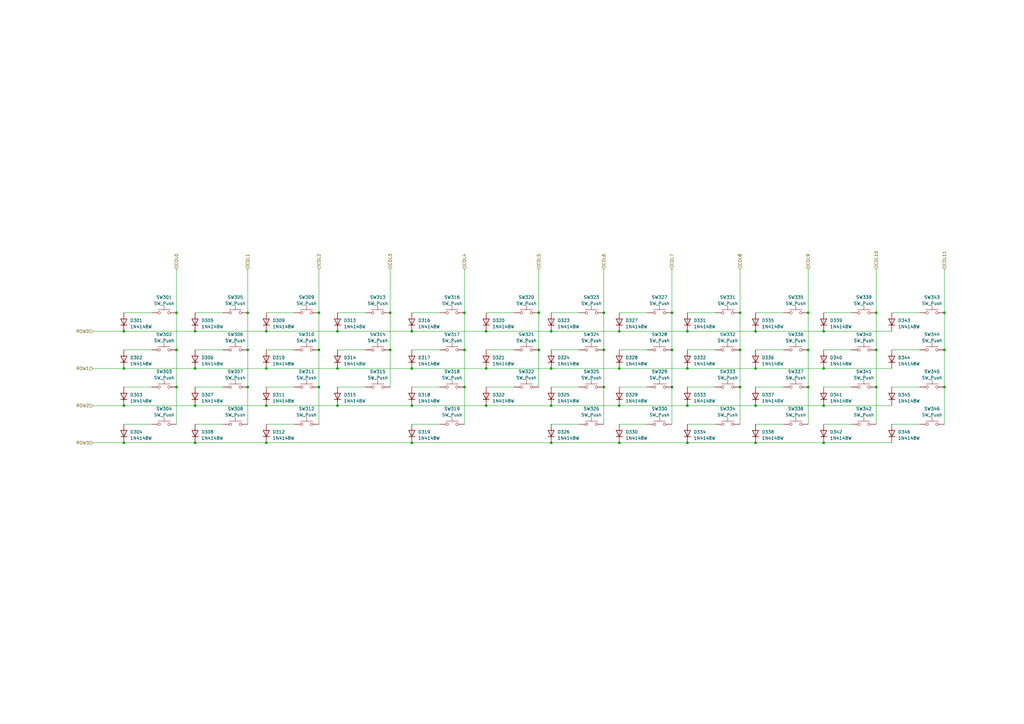
<source format=kicad_sch>
(kicad_sch (version 20230121) (generator eeschema)
  (paper "A3")
  (title_block (title "Tanuki-Ext") (date "2023-04-18") (rev "R01") (company "Seth"))
  (lib_symbols
    (symbol "Diode:1N4148W" (pin_numbers hide) (pin_names hide)
      (property "Reference" "D" (at 0 2.54 0))
      (property "Value" "1N4148W" (at 0 -2.54 0))
      (symbol "1N4148W_0_1"
        (polyline (pts (xy -1.27 1.27) (xy -1.27 -1.27)) (stroke (width 0.254)))
        (polyline (pts (xy 1.27 0) (xy -1.27 0)))
        (polyline (pts (xy 1.27 1.27) (xy 1.27 -1.27) (xy -1.27 0) (xy 1.27 1.27)) (stroke (width 0.254)))
      )
      (symbol "1N4148W_1_1"
        (pin passive line (at -3.81 0 0) (length 2.54) (name "K") (number "1"))
        (pin passive line (at 3.81 0 180) (length 2.54) (name "A") (number "2"))
      )
    )
    (symbol "Switch:SW_Push" (pin_numbers hide) (pin_names (offset 1.016) hide)
      (property "Reference" "SW" (at 1.27 2.54 0))
      (property "Value" "SW_Push" (at 0 -1.524 0))
      (symbol "SW_Push_0_1"
        (circle (center -2.032 0) (radius 0.508))
        (polyline (pts (xy 0 1.27) (xy 0 3.048)))
        (polyline (pts (xy 2.54 1.27) (xy -2.54 1.27)))
        (circle (center 2.032 0) (radius 0.508))
        (pin passive line (at -5.08 0 0) (length 2.54) (name "1") (number "1"))
        (pin passive line (at 5.08 0 180) (length 2.54) (name "2") (number "2"))
      )
    )
  )
  (junction (at 281.94 166.37))
  (junction (at 130.81 158.75))
  (junction (at 109.22 181.61))
  (junction (at 72.39 143.51))
  (junction (at 281.94 151.13))
  (junction (at 387.35 143.51))
  (junction (at 309.88 135.89))
  (junction (at 226.06 166.37))
  (junction (at 80.01 181.61))
  (junction (at 275.59 128.27))
  (junction (at 331.47 143.51))
  (junction (at 226.06 151.13))
  (junction (at 109.22 166.37))
  (junction (at 220.98 143.51))
  (junction (at 168.91 135.89))
  (junction (at 309.88 166.37))
  (junction (at 130.81 143.51))
  (junction (at 168.91 166.37))
  (junction (at 190.5 128.27))
  (junction (at 160.02 143.51))
  (junction (at 254 166.37))
  (junction (at 281.94 181.61))
  (junction (at 50.8 166.37))
  (junction (at 303.53 158.75))
  (junction (at 254 181.61))
  (junction (at 190.5 143.51))
  (junction (at 50.8 135.89))
  (junction (at 331.47 128.27))
  (junction (at 101.6 143.51))
  (junction (at 247.65 128.27))
  (junction (at 160.02 128.27))
  (junction (at 331.47 158.75))
  (junction (at 337.82 135.89))
  (junction (at 275.59 143.51))
  (junction (at 247.65 143.51))
  (junction (at 275.59 158.75))
  (junction (at 281.94 135.89))
  (junction (at 109.22 135.89))
  (junction (at 387.35 158.75))
  (junction (at 101.6 158.75))
  (junction (at 101.6 128.27))
  (junction (at 199.39 166.37))
  (junction (at 130.81 128.27))
  (junction (at 220.98 128.27))
  (junction (at 138.43 151.13))
  (junction (at 168.91 181.61))
  (junction (at 50.8 181.61))
  (junction (at 226.06 135.89))
  (junction (at 309.88 151.13))
  (junction (at 138.43 166.37))
  (junction (at 359.41 128.27))
  (junction (at 337.82 181.61))
  (junction (at 199.39 151.13))
  (junction (at 303.53 128.27))
  (junction (at 72.39 158.75))
  (junction (at 303.53 143.51))
  (junction (at 247.65 158.75))
  (junction (at 199.39 135.89))
  (junction (at 359.41 143.51))
  (junction (at 190.5 158.75))
  (junction (at 359.41 158.75))
  (junction (at 254 151.13))
  (junction (at 109.22 151.13))
  (junction (at 226.06 181.61))
  (junction (at 309.88 181.61))
  (junction (at 80.01 166.37))
  (junction (at 72.39 128.27))
  (junction (at 254 135.89))
  (junction (at 50.8 151.13))
  (junction (at 138.43 135.89))
  (junction (at 337.82 151.13))
  (junction (at 80.01 135.89))
  (junction (at 337.82 166.37))
  (junction (at 80.01 151.13))
  (junction (at 387.35 128.27))
  (junction (at 168.91 151.13))
  (wire (pts (xy 281.94 158.75) (xy 293.37 158.75)))
  (wire (pts (xy 254 143.51) (xy 265.43 143.51)))
  (wire (pts (xy 168.91 143.51) (xy 180.34 143.51)))
  (wire (pts (xy 337.82 158.75) (xy 349.25 158.75)))
  (wire (pts (xy 309.88 173.99) (xy 321.31 173.99)))
  (wire (pts (xy 50.8 128.27) (xy 62.23 128.27)))
  (wire (pts (xy 190.5 143.51) (xy 190.5 158.75)))
  (wire (pts (xy 138.43 128.27) (xy 149.86 128.27)))
  (wire (pts (xy 309.88 151.13) (xy 337.82 151.13)))
  (wire (pts (xy 303.53 143.51) (xy 303.53 158.75)))
  (wire (pts (xy 226.06 128.27) (xy 237.49 128.27)))
  (wire (pts (xy 254 166.37) (xy 281.94 166.37)))
  (wire (pts (xy 254 135.89) (xy 281.94 135.89)))
  (wire (pts (xy 138.43 166.37) (xy 168.91 166.37)))
  (wire (pts (xy 101.6 110.49) (xy 101.6 128.27)))
  (wire (pts (xy 220.98 110.49) (xy 220.98 128.27)))
  (wire (pts (xy 199.39 128.27) (xy 210.82 128.27)))
  (wire (pts (xy 387.35 143.51) (xy 387.35 158.75)))
  (wire (pts (xy 109.22 151.13) (xy 138.43 151.13)))
  (wire (pts (xy 199.39 158.75) (xy 210.82 158.75)))
  (wire (pts (xy 303.53 110.49) (xy 303.53 128.27)))
  (wire (pts (xy 50.8 181.61) (xy 80.01 181.61)))
  (wire (pts (xy 101.6 128.27) (xy 101.6 143.51)))
  (wire (pts (xy 199.39 143.51) (xy 210.82 143.51)))
  (wire (pts (xy 275.59 143.51) (xy 275.59 158.75)))
  (wire (pts (xy 50.8 166.37) (xy 80.01 166.37)))
  (wire (pts (xy 109.22 173.99) (xy 120.65 173.99)))
  (wire (pts (xy 72.39 158.75) (xy 72.39 173.99)))
  (wire (pts (xy 254 151.13) (xy 281.94 151.13)))
  (wire (pts (xy 109.22 128.27) (xy 120.65 128.27)))
  (wire (pts (xy 168.91 166.37) (xy 199.39 166.37)))
  (wire (pts (xy 168.91 181.61) (xy 226.06 181.61)))
  (wire (pts (xy 359.41 110.49) (xy 359.41 128.27)))
  (wire (pts (xy 220.98 128.27) (xy 220.98 143.51)))
  (wire (pts (xy 281.94 151.13) (xy 309.88 151.13)))
  (wire (pts (xy 50.8 143.51) (xy 62.23 143.51)))
  (wire (pts (xy 168.91 151.13) (xy 199.39 151.13)))
  (wire (pts (xy 281.94 166.37) (xy 309.88 166.37)))
  (wire (pts (xy 199.39 135.89) (xy 226.06 135.89)))
  (wire (pts (xy 337.82 151.13) (xy 365.76 151.13)))
  (wire (pts (xy 80.01 151.13) (xy 109.22 151.13)))
  (wire (pts (xy 190.5 158.75) (xy 190.5 173.99)))
  (wire (pts (xy 80.01 173.99) (xy 91.44 173.99)))
  (wire (pts (xy 80.01 135.89) (xy 109.22 135.89)))
  (wire (pts (xy 109.22 143.51) (xy 120.65 143.51)))
  (wire (pts (xy 331.47 143.51) (xy 331.47 158.75)))
  (wire (pts (xy 275.59 128.27) (xy 275.59 143.51)))
  (wire (pts (xy 281.94 143.51) (xy 293.37 143.51)))
  (wire (pts (xy 331.47 128.27) (xy 331.47 143.51)))
  (wire (pts (xy 309.88 181.61) (xy 337.82 181.61)))
  (wire (pts (xy 226.06 151.13) (xy 254 151.13)))
  (wire (pts (xy 109.22 181.61) (xy 168.91 181.61)))
  (wire (pts (xy 130.81 128.27) (xy 130.81 143.51)))
  (wire (pts (xy 309.88 158.75) (xy 321.31 158.75)))
  (wire (pts (xy 50.8 135.89) (xy 80.01 135.89)))
  (wire (pts (xy 387.35 158.75) (xy 387.35 173.99)))
  (wire (pts (xy 303.53 128.27) (xy 303.53 143.51)))
  (wire (pts (xy 359.41 143.51) (xy 359.41 158.75)))
  (wire (pts (xy 168.91 158.75) (xy 180.34 158.75)))
  (wire (pts (xy 109.22 158.75) (xy 120.65 158.75)))
  (wire (pts (xy 226.06 158.75) (xy 237.49 158.75)))
  (wire (pts (xy 331.47 110.49) (xy 331.47 128.27)))
  (wire (pts (xy 359.41 158.75) (xy 359.41 173.99)))
  (wire (pts (xy 190.5 128.27) (xy 190.5 143.51)))
  (wire (pts (xy 72.39 143.51) (xy 72.39 158.75)))
  (wire (pts (xy 138.43 135.89) (xy 168.91 135.89)))
  (wire (pts (xy 254 181.61) (xy 281.94 181.61)))
  (wire (pts (xy 247.65 143.51) (xy 247.65 158.75)))
  (wire (pts (xy 226.06 166.37) (xy 254 166.37)))
  (wire (pts (xy 309.88 135.89) (xy 337.82 135.89)))
  (wire (pts (xy 50.8 158.75) (xy 62.23 158.75)))
  (wire (pts (xy 226.06 181.61) (xy 254 181.61)))
  (wire (pts (xy 130.81 110.49) (xy 130.81 128.27)))
  (wire (pts (xy 337.82 143.51) (xy 349.25 143.51)))
  (wire (pts (xy 101.6 143.51) (xy 101.6 158.75)))
  (wire (pts (xy 50.8 151.13) (xy 80.01 151.13)))
  (wire (pts (xy 359.41 128.27) (xy 359.41 143.51)))
  (wire (pts (xy 138.43 158.75) (xy 149.86 158.75)))
  (wire (pts (xy 168.91 173.99) (xy 180.34 173.99)))
  (wire (pts (xy 387.35 110.49) (xy 387.35 128.27)))
  (wire (pts (xy 80.01 158.75) (xy 91.44 158.75)))
  (wire (pts (xy 365.76 158.75) (xy 377.19 158.75)))
  (wire (pts (xy 226.06 143.51) (xy 237.49 143.51)))
  (wire (pts (xy 168.91 135.89) (xy 199.39 135.89)))
  (wire (pts (xy 38.1 166.37) (xy 50.8 166.37)))
  (wire (pts (xy 309.88 166.37) (xy 337.82 166.37)))
  (wire (pts (xy 138.43 143.51) (xy 149.86 143.51)))
  (wire (pts (xy 275.59 110.49) (xy 275.59 128.27)))
  (wire (pts (xy 337.82 181.61) (xy 365.76 181.61)))
  (wire (pts (xy 281.94 135.89) (xy 309.88 135.89)))
  (wire (pts (xy 220.98 143.51) (xy 220.98 158.75)))
  (wire (pts (xy 387.35 128.27) (xy 387.35 143.51)))
  (wire (pts (xy 72.39 110.49) (xy 72.39 128.27)))
  (wire (pts (xy 38.1 151.13) (xy 50.8 151.13)))
  (wire (pts (xy 281.94 173.99) (xy 293.37 173.99)))
  (wire (pts (xy 337.82 173.99) (xy 349.25 173.99)))
  (wire (pts (xy 281.94 128.27) (xy 293.37 128.27)))
  (wire (pts (xy 337.82 166.37) (xy 365.76 166.37)))
  (wire (pts (xy 247.65 110.49) (xy 247.65 128.27)))
  (wire (pts (xy 101.6 158.75) (xy 101.6 173.99)))
  (wire (pts (xy 199.39 166.37) (xy 226.06 166.37)))
  (wire (pts (xy 281.94 181.61) (xy 309.88 181.61)))
  (wire (pts (xy 309.88 128.27) (xy 321.31 128.27)))
  (wire (pts (xy 130.81 143.51) (xy 130.81 158.75)))
  (wire (pts (xy 72.39 128.27) (xy 72.39 143.51)))
  (wire (pts (xy 160.02 128.27) (xy 160.02 143.51)))
  (wire (pts (xy 247.65 128.27) (xy 247.65 143.51)))
  (wire (pts (xy 303.53 158.75) (xy 303.53 173.99)))
  (wire (pts (xy 226.06 173.99) (xy 237.49 173.99)))
  (wire (pts (xy 337.82 135.89) (xy 365.76 135.89)))
  (wire (pts (xy 309.88 143.51) (xy 321.31 143.51)))
  (wire (pts (xy 80.01 143.51) (xy 91.44 143.51)))
  (wire (pts (xy 168.91 128.27) (xy 180.34 128.27)))
  (wire (pts (xy 50.8 173.99) (xy 62.23 173.99)))
  (wire (pts (xy 109.22 166.37) (xy 138.43 166.37)))
  (wire (pts (xy 254 173.99) (xy 265.43 173.99)))
  (wire (pts (xy 190.5 110.49) (xy 190.5 128.27)))
  (wire (pts (xy 275.59 158.75) (xy 275.59 173.99)))
  (wire (pts (xy 109.22 135.89) (xy 138.43 135.89)))
  (wire (pts (xy 365.76 173.99) (xy 377.19 173.99)))
  (wire (pts (xy 38.1 135.89) (xy 50.8 135.89)))
  (wire (pts (xy 365.76 143.51) (xy 377.19 143.51)))
  (wire (pts (xy 80.01 128.27) (xy 91.44 128.27)))
  (wire (pts (xy 254 158.75) (xy 265.43 158.75)))
  (wire (pts (xy 247.65 158.75) (xy 247.65 173.99)))
  (wire (pts (xy 365.76 128.27) (xy 377.19 128.27)))
  (wire (pts (xy 80.01 181.61) (xy 109.22 181.61)))
  (wire (pts (xy 331.47 158.75) (xy 331.47 173.99)))
  (wire (pts (xy 226.06 135.89) (xy 254 135.89)))
  (wire (pts (xy 80.01 166.37) (xy 109.22 166.37)))
  (wire (pts (xy 160.02 143.51) (xy 160.02 158.75)))
  (wire (pts (xy 130.81 158.75) (xy 130.81 173.99)))
  (wire (pts (xy 337.82 128.27) (xy 349.25 128.27)))
  (wire (pts (xy 160.02 110.49) (xy 160.02 128.27)))
  (wire (pts (xy 199.39 151.13) (xy 226.06 151.13)))
  (wire (pts (xy 254 128.27) (xy 265.43 128.27)))
  (wire (pts (xy 138.43 151.13) (xy 168.91 151.13)))
  (wire (pts (xy 38.1 181.61) (xy 50.8 181.61)))
  (hierarchical_label "COL9" (shape input) (at 331.47 110.49 90))
  (hierarchical_label "COL4" (shape input) (at 190.5 110.49 90))
  (hierarchical_label "ROW3" (shape input) (at 38.1 181.61 180))
  (hierarchical_label "COL5" (shape input) (at 220.98 110.49 90))
  (hierarchical_label "ROW0" (shape input) (at 38.1 135.89 180))
  (hierarchical_label "COL6" (shape input) (at 247.65 110.49 90))
  (hierarchical_label "COL0" (shape input) (at 72.39 110.49 90))
  (hierarchical_label "COL2" (shape input) (at 130.81 110.49 90))
  (hierarchical_label "COL10" (shape input) (at 359.41 110.49 90))
  (hierarchical_label "COL11" (shape input) (at 387.35 110.49 90))
  (hierarchical_label "COL3" (shape input) (at 160.02 110.49 90))
  (hierarchical_label "ROW1" (shape input) (at 38.1 151.13 180))
  (hierarchical_label "COL7" (shape input) (at 275.59 110.49 90))
  (hierarchical_label "COL8" (shape input) (at 303.53 110.49 90))
  (hierarchical_label "ROW2" (shape input) (at 38.1 166.37 180))
  (hierarchical_label "COL1" (shape input) (at 101.6 110.49 90))
  (symbol (lib_id "Switch:SW_Push") (at 298.45 173.99 0) (unit 1)
    (property "Reference" "SW334" (at 298.45 167.64 0))
    (property "Value" "SW_Push" (at 298.45 170.18 0))
    (property "Footprint" "PCM_Switch_Keyboard_Cherry_MX:SW_Cherry_MX_PCB_1.25u" (effects hide))
  )
  (symbol (lib_id "Diode:1N4148W") (at 50.8 132.08 90) (unit 1)
    (property "Reference" "D301" (at 53.34 131.445 90) (effects (justify right)))
    (property "Value" "1N4148W" (at 53.34 133.985 90) (effects (justify right)))
    (property "Footprint" "Diode_SMD:D_SOD-123F" (effects hide))
    (property "Datasheet" "https://www.vishay.com/docs/85748/1n4148w.pdf" (effects hide))
    (property "Sim.Device" "D" (effects hide))
    (property "Sim.Pins" "1=K 2=A" (effects hide))
    (property "LCSC Partnr." "C444720" (effects hide))
  )
  (symbol (lib_id "Switch:SW_Push") (at 298.45 158.75 0) (unit 1)
    (property "Reference" "SW333" (at 298.45 152.4 0))
    (property "Value" "SW_Push" (at 298.45 154.94 0))
    (property "Footprint" "PCM_Switch_Keyboard_Cherry_MX:SW_Cherry_MX_PCB_1.00u" (effects hide))
  )
  (symbol (lib_id "Diode:1N4148W") (at 281.94 162.56 90) (unit 1)
    (property "Reference" "D333" (at 284.48 161.925 90) (effects (justify right)))
    (property "Value" "1N4148W" (at 284.48 164.465 90) (effects (justify right)))
    (property "Footprint" "Diode_SMD:D_SOD-123F" (effects hide))
    (property "Datasheet" "https://www.vishay.com/docs/85748/1n4148w.pdf" (effects hide))
    (property "Sim.Device" "D" (effects hide))
    (property "Sim.Pins" "1=K 2=A" (effects hide))
    (property "LCSC Partnr." "C444720" (effects hide))
  )
  (symbol (lib_id "Diode:1N4148W") (at 309.88 177.8 90) (unit 1)
    (property "Reference" "D338" (at 312.42 177.165 90) (effects (justify right)))
    (property "Value" "1N4148W" (at 312.42 179.705 90) (effects (justify right)))
    (property "Footprint" "Diode_SMD:D_SOD-123F" (effects hide))
    (property "Datasheet" "https://www.vishay.com/docs/85748/1n4148w.pdf" (effects hide))
    (property "Sim.Device" "D" (effects hide))
    (property "Sim.Pins" "1=K 2=A" (effects hide))
    (property "LCSC Partnr." "C444720" (effects hide))
  )
  (symbol (lib_id "Diode:1N4148W") (at 168.91 132.08 90) (unit 1)
    (property "Reference" "D316" (at 171.45 131.445 90) (effects (justify right)))
    (property "Value" "1N4148W" (at 171.45 133.985 90) (effects (justify right)))
    (property "Footprint" "Diode_SMD:D_SOD-123F" (effects hide))
    (property "Datasheet" "https://www.vishay.com/docs/85748/1n4148w.pdf" (effects hide))
    (property "Sim.Device" "D" (effects hide))
    (property "Sim.Pins" "1=K 2=A" (effects hide))
    (property "LCSC Partnr." "C444720" (effects hide))
  )
  (symbol (lib_id "Switch:SW_Push") (at 326.39 143.51 0) (unit 1)
    (property "Reference" "SW336" (at 326.39 137.16 0))
    (property "Value" "SW_Push" (at 326.39 139.7 0))
    (property "Footprint" "PCM_Switch_Keyboard_Cherry_MX:SW_Cherry_MX_PCB_1.00u" (effects hide))
  )
  (symbol (lib_id "Diode:1N4148W") (at 254 162.56 90) (unit 1)
    (property "Reference" "D329" (at 256.54 161.925 90) (effects (justify right)))
    (property "Value" "1N4148W" (at 256.54 164.465 90) (effects (justify right)))
    (property "Footprint" "Diode_SMD:D_SOD-123F" (effects hide))
    (property "Datasheet" "https://www.vishay.com/docs/85748/1n4148w.pdf" (effects hide))
    (property "Sim.Device" "D" (effects hide))
    (property "Sim.Pins" "1=K 2=A" (effects hide))
    (property "LCSC Partnr." "C444720" (effects hide))
  )
  (symbol (lib_id "Diode:1N4148W") (at 226.06 177.8 90) (unit 1)
    (property "Reference" "D326" (at 228.6 177.165 90) (effects (justify right)))
    (property "Value" "1N4148W" (at 228.6 179.705 90) (effects (justify right)))
    (property "Footprint" "Diode_SMD:D_SOD-123F" (effects hide))
    (property "Datasheet" "https://www.vishay.com/docs/85748/1n4148w.pdf" (effects hide))
    (property "Sim.Device" "D" (effects hide))
    (property "Sim.Pins" "1=K 2=A" (effects hide))
    (property "LCSC Partnr." "C444720" (effects hide))
  )
  (symbol (lib_id "Switch:SW_Push") (at 242.57 128.27 0) (unit 1)
    (property "Reference" "SW323" (at 242.57 121.92 0))
    (property "Value" "SW_Push" (at 242.57 124.46 0))
    (property "Footprint" "PCM_Switch_Keyboard_Cherry_MX:SW_Cherry_MX_PCB_1.00u" (effects hide))
  )
  (symbol (lib_id "Switch:SW_Push") (at 354.33 128.27 0) (unit 1)
    (property "Reference" "SW339" (at 354.33 121.92 0))
    (property "Value" "SW_Push" (at 354.33 124.46 0))
    (property "Footprint" "PCM_Switch_Keyboard_Cherry_MX:SW_Cherry_MX_PCB_1.00u" (effects hide))
  )
  (symbol (lib_id "Switch:SW_Push") (at 125.73 143.51 0) (unit 1) (in_bom no)
    (property "Reference" "SW310" (at 125.73 137.16 0))
    (property "Value" "SW_Push" (at 125.73 139.7 0))
    (property "Footprint" "PCM_Switch_Keyboard_Cherry_MX:SW_Cherry_MX_PCB_1.00u" (effects hide))
  )
  (symbol (lib_id "Diode:1N4148W") (at 138.43 147.32 90) (unit 1)
    (property "Reference" "D314" (at 140.97 146.685 90) (effects (justify right)))
    (property "Value" "1N4148W" (at 140.97 149.225 90) (effects (justify right)))
    (property "Footprint" "Diode_SMD:D_SOD-123F" (effects hide))
    (property "Datasheet" "https://www.vishay.com/docs/85748/1n4148w.pdf" (effects hide))
    (property "Sim.Device" "D" (effects hide))
    (property "Sim.Pins" "1=K 2=A" (effects hide))
    (property "LCSC Partnr." "C444720" (effects hide))
  )
  (symbol (lib_id "Switch:SW_Push") (at 96.52 158.75 0) (unit 1) (in_bom no)
    (property "Reference" "SW307" (at 96.52 152.4 0))
    (property "Value" "SW_Push" (at 96.52 154.94 0))
    (property "Footprint" "PCM_Switch_Keyboard_Cherry_MX:SW_Cherry_MX_PCB_1.00u" (effects hide))
  )
  (symbol (lib_id "Diode:1N4148W") (at 309.88 147.32 90) (unit 1)
    (property "Reference" "D336" (at 312.42 146.685 90) (effects (justify right)))
    (property "Value" "1N4148W" (at 312.42 149.225 90) (effects (justify right)))
    (property "Footprint" "Diode_SMD:D_SOD-123F" (effects hide))
    (property "Datasheet" "https://www.vishay.com/docs/85748/1n4148w.pdf" (effects hide))
    (property "Sim.Device" "D" (effects hide))
    (property "Sim.Pins" "1=K 2=A" (effects hide))
    (property "LCSC Partnr." "C444720" (effects hide))
  )
  (symbol (lib_id "Diode:1N4148W") (at 138.43 132.08 90) (unit 1)
    (property "Reference" "D313" (at 140.97 131.445 90) (effects (justify right)))
    (property "Value" "1N4148W" (at 140.97 133.985 90) (effects (justify right)))
    (property "Footprint" "Diode_SMD:D_SOD-123F" (effects hide))
    (property "Datasheet" "https://www.vishay.com/docs/85748/1n4148w.pdf" (effects hide))
    (property "Sim.Device" "D" (effects hide))
    (property "Sim.Pins" "1=K 2=A" (effects hide))
    (property "LCSC Partnr." "C444720" (effects hide))
  )
  (symbol (lib_id "Diode:1N4148W") (at 50.8 147.32 90) (unit 1)
    (property "Reference" "D302" (at 53.34 146.685 90) (effects (justify right)))
    (property "Value" "1N4148W" (at 53.34 149.225 90) (effects (justify right)))
    (property "Footprint" "Diode_SMD:D_SOD-123F" (effects hide))
    (property "Datasheet" "https://www.vishay.com/docs/85748/1n4148w.pdf" (effects hide))
    (property "Sim.Device" "D" (effects hide))
    (property "Sim.Pins" "1=K 2=A" (effects hide))
    (property "LCSC Partnr." "C444720" (effects hide))
  )
  (symbol (lib_id "Switch:SW_Push") (at 354.33 158.75 0) (unit 1)
    (property "Reference" "SW341" (at 354.33 152.4 0))
    (property "Value" "SW_Push" (at 354.33 154.94 0))
    (property "Footprint" "PCM_Switch_Keyboard_Cherry_MX:SW_Cherry_MX_PCB_1.00u" (effects hide))
  )
  (symbol (lib_id "Switch:SW_Push") (at 67.31 158.75 0) (unit 1) (in_bom no)
    (property "Reference" "SW303" (at 67.31 152.4 0))
    (property "Value" "SW_Push" (at 67.31 154.94 0))
    (property "Footprint" "PCM_Switch_Keyboard_Cherry_MX:SW_Cherry_MX_PCB_1.25u" (effects hide))
  )
  (symbol (lib_id "Switch:SW_Push") (at 215.9 128.27 0) (unit 1)
    (property "Reference" "SW320" (at 215.9 121.92 0))
    (property "Value" "SW_Push" (at 215.9 124.46 0))
    (property "Footprint" "PCM_Switch_Keyboard_Cherry_MX:SW_Cherry_MX_PCB_1.00u" (effects hide))
  )
  (symbol (lib_id "Diode:1N4148W") (at 365.76 147.32 90) (unit 1)
    (property "Reference" "D344" (at 368.3 146.685 90) (effects (justify right)))
    (property "Value" "1N4148W" (at 368.3 149.225 90) (effects (justify right)))
    (property "Footprint" "Diode_SMD:D_SOD-123F" (effects hide))
    (property "Datasheet" "https://www.vishay.com/docs/85748/1n4148w.pdf" (effects hide))
    (property "Sim.Device" "D" (effects hide))
    (property "Sim.Pins" "1=K 2=A" (effects hide))
    (property "LCSC Partnr." "C444720" (effects hide))
  )
  (symbol (lib_id "Switch:SW_Push") (at 326.39 158.75 0) (unit 1)
    (property "Reference" "SW337" (at 326.39 152.4 0))
    (property "Value" "SW_Push" (at 326.39 154.94 0))
    (property "Footprint" "PCM_Switch_Keyboard_Cherry_MX:SW_Cherry_MX_PCB_1.00u" (effects hide))
  )
  (symbol (lib_id "Diode:1N4148W") (at 80.01 177.8 90) (unit 1)
    (property "Reference" "D308" (at 82.55 177.165 90) (effects (justify right)))
    (property "Value" "1N4148W" (at 82.55 179.705 90) (effects (justify right)))
    (property "Footprint" "Diode_SMD:D_SOD-123F" (effects hide))
    (property "Datasheet" "https://www.vishay.com/docs/85748/1n4148w.pdf" (effects hide))
    (property "Sim.Device" "D" (effects hide))
    (property "Sim.Pins" "1=K 2=A" (effects hide))
    (property "LCSC Partnr." "C444720" (effects hide))
  )
  (symbol (lib_id "Switch:SW_Push") (at 154.94 158.75 0) (unit 1)
    (property "Reference" "SW315" (at 154.94 152.4 0))
    (property "Value" "SW_Push" (at 154.94 154.94 0))
    (property "Footprint" "PCM_Switch_Keyboard_Cherry_MX:SW_Cherry_MX_PCB_1.00u" (effects hide))
  )
  (symbol (lib_id "Switch:SW_Push") (at 185.42 173.99 0) (unit 1)
    (property "Reference" "SW319" (at 185.42 167.64 0))
    (property "Value" "SW_Push" (at 185.42 170.18 0))
    (property "Footprint" "PCM_Switch_Keyboard_Cherry_MX:SW_Cherry_MX_PCB_2.00u" (effects hide))
  )
  (symbol (lib_id "Diode:1N4148W") (at 281.94 147.32 90) (unit 1)
    (property "Reference" "D332" (at 284.48 146.685 90) (effects (justify right)))
    (property "Value" "1N4148W" (at 284.48 149.225 90) (effects (justify right)))
    (property "Footprint" "Diode_SMD:D_SOD-123F" (effects hide))
    (property "Datasheet" "https://www.vishay.com/docs/85748/1n4148w.pdf" (effects hide))
    (property "Sim.Device" "D" (effects hide))
    (property "Sim.Pins" "1=K 2=A" (effects hide))
    (property "LCSC Partnr." "C444720" (effects hide))
  )
  (symbol (lib_id "Diode:1N4148W") (at 168.91 162.56 90) (unit 1)
    (property "Reference" "D318" (at 171.45 161.925 90) (effects (justify right)))
    (property "Value" "1N4148W" (at 171.45 164.465 90) (effects (justify right)))
    (property "Footprint" "Diode_SMD:D_SOD-123F" (effects hide))
    (property "Datasheet" "https://www.vishay.com/docs/85748/1n4148w.pdf" (effects hide))
    (property "Sim.Device" "D" (effects hide))
    (property "Sim.Pins" "1=K 2=A" (effects hide))
    (property "LCSC Partnr." "C444720" (effects hide))
  )
  (symbol (lib_id "Switch:SW_Push") (at 154.94 143.51 0) (unit 1)
    (property "Reference" "SW314" (at 154.94 137.16 0))
    (property "Value" "SW_Push" (at 154.94 139.7 0))
    (property "Footprint" "PCM_Switch_Keyboard_Cherry_MX:SW_Cherry_MX_PCB_1.00u" (effects hide))
  )
  (symbol (lib_id "Switch:SW_Push") (at 96.52 128.27 0) (unit 1) (in_bom no)
    (property "Reference" "SW305" (at 96.52 121.92 0))
    (property "Value" "SW_Push" (at 96.52 124.46 0))
    (property "Footprint" "PCM_Switch_Keyboard_Cherry_MX:SW_Cherry_MX_PCB_1.00u" (effects hide))
  )
  (symbol (lib_id "Diode:1N4148W") (at 365.76 162.56 90) (unit 1)
    (property "Reference" "D345" (at 368.3 161.925 90) (effects (justify right)))
    (property "Value" "1N4148W" (at 368.3 164.465 90) (effects (justify right)))
    (property "Footprint" "Diode_SMD:D_SOD-123F" (effects hide))
    (property "Datasheet" "https://www.vishay.com/docs/85748/1n4148w.pdf" (effects hide))
    (property "Sim.Device" "D" (effects hide))
    (property "Sim.Pins" "1=K 2=A" (effects hide))
    (property "LCSC Partnr." "C444720" (effects hide))
  )
  (symbol (lib_id "Switch:SW_Push") (at 270.51 128.27 0) (unit 1)
    (property "Reference" "SW327" (at 270.51 121.92 0))
    (property "Value" "SW_Push" (at 270.51 124.46 0))
    (property "Footprint" "PCM_Switch_Keyboard_Cherry_MX:SW_Cherry_MX_PCB_1.00u" (effects hide))
  )
  (symbol (lib_id "Diode:1N4148W") (at 365.76 132.08 90) (unit 1)
    (property "Reference" "D343" (at 368.3 131.445 90) (effects (justify right)))
    (property "Value" "1N4148W" (at 368.3 133.985 90) (effects (justify right)))
    (property "Footprint" "Diode_SMD:D_SOD-123F" (effects hide))
    (property "Datasheet" "https://www.vishay.com/docs/85748/1n4148w.pdf" (effects hide))
    (property "Sim.Device" "D" (effects hide))
    (property "Sim.Pins" "1=K 2=A" (effects hide))
    (property "LCSC Partnr." "C444720" (effects hide))
  )
  (symbol (lib_id "Diode:1N4148W") (at 109.22 177.8 90) (unit 1)
    (property "Reference" "D312" (at 111.76 177.165 90) (effects (justify right)))
    (property "Value" "1N4148W" (at 111.76 179.705 90) (effects (justify right)))
    (property "Footprint" "Diode_SMD:D_SOD-123F" (effects hide))
    (property "Datasheet" "https://www.vishay.com/docs/85748/1n4148w.pdf" (effects hide))
    (property "Sim.Device" "D" (effects hide))
    (property "Sim.Pins" "1=K 2=A" (effects hide))
    (property "LCSC Partnr." "C444720" (effects hide))
  )
  (symbol (lib_id "Diode:1N4148W") (at 281.94 132.08 90) (unit 1)
    (property "Reference" "D331" (at 284.48 131.445 90) (effects (justify right)))
    (property "Value" "1N4148W" (at 284.48 133.985 90) (effects (justify right)))
    (property "Footprint" "Diode_SMD:D_SOD-123F" (effects hide))
    (property "Datasheet" "https://www.vishay.com/docs/85748/1n4148w.pdf" (effects hide))
    (property "Sim.Device" "D" (effects hide))
    (property "Sim.Pins" "1=K 2=A" (effects hide))
    (property "LCSC Partnr." "C444720" (effects hide))
  )
  (symbol (lib_id "Switch:SW_Push") (at 354.33 143.51 0) (unit 1)
    (property "Reference" "SW340" (at 354.33 137.16 0))
    (property "Value" "SW_Push" (at 354.33 139.7 0))
    (property "Footprint" "PCM_Switch_Keyboard_Cherry_MX:SW_Cherry_MX_PCB_1.00u" (effects hide))
  )
  (symbol (lib_id "Switch:SW_Push") (at 270.51 158.75 0) (unit 1)
    (property "Reference" "SW329" (at 270.51 152.4 0))
    (property "Value" "SW_Push" (at 270.51 154.94 0))
    (property "Footprint" "PCM_Switch_Keyboard_Cherry_MX:SW_Cherry_MX_PCB_1.00u" (effects hide))
  )
  (symbol (lib_id "Diode:1N4148W") (at 281.94 177.8 90) (unit 1)
    (property "Reference" "D334" (at 284.48 177.165 90) (effects (justify right)))
    (property "Value" "1N4148W" (at 284.48 179.705 90) (effects (justify right)))
    (property "Footprint" "Diode_SMD:D_SOD-123F" (effects hide))
    (property "Datasheet" "https://www.vishay.com/docs/85748/1n4148w.pdf" (effects hide))
    (property "Sim.Device" "D" (effects hide))
    (property "Sim.Pins" "1=K 2=A" (effects hide))
    (property "LCSC Partnr." "C444720" (effects hide))
  )
  (symbol (lib_id "Diode:1N4148W") (at 337.82 132.08 90) (unit 1)
    (property "Reference" "D339" (at 340.36 131.445 90) (effects (justify right)))
    (property "Value" "1N4148W" (at 340.36 133.985 90) (effects (justify right)))
    (property "Footprint" "Diode_SMD:D_SOD-123F" (effects hide))
    (property "Datasheet" "https://www.vishay.com/docs/85748/1n4148w.pdf" (effects hide))
    (property "Sim.Device" "D" (effects hide))
    (property "Sim.Pins" "1=K 2=A" (effects hide))
    (property "LCSC Partnr." "C444720" (effects hide))
  )
  (symbol (lib_id "Switch:SW_Push") (at 215.9 158.75 0) (unit 1)
    (property "Reference" "SW322" (at 215.9 152.4 0))
    (property "Value" "SW_Push" (at 215.9 154.94 0))
    (property "Footprint" "PCM_Switch_Keyboard_Cherry_MX:SW_Cherry_MX_PCB_1.00u" (effects hide))
  )
  (symbol (lib_id "Switch:SW_Push") (at 326.39 128.27 0) (unit 1)
    (property "Reference" "SW335" (at 326.39 121.92 0))
    (property "Value" "SW_Push" (at 326.39 124.46 0))
    (property "Footprint" "PCM_Switch_Keyboard_Cherry_MX:SW_Cherry_MX_PCB_1.00u" (effects hide))
  )
  (symbol (lib_id "Switch:SW_Push") (at 242.57 143.51 0) (unit 1)
    (property "Reference" "SW324" (at 242.57 137.16 0))
    (property "Value" "SW_Push" (at 242.57 139.7 0))
    (property "Footprint" "PCM_Switch_Keyboard_Cherry_MX:SW_Cherry_MX_PCB_1.00u" (effects hide))
  )
  (symbol (lib_id "Diode:1N4148W") (at 199.39 147.32 90) (unit 1)
    (property "Reference" "D321" (at 201.93 146.685 90) (effects (justify right)))
    (property "Value" "1N4148W" (at 201.93 149.225 90) (effects (justify right)))
    (property "Footprint" "Diode_SMD:D_SOD-123F" (effects hide))
    (property "Datasheet" "https://www.vishay.com/docs/85748/1n4148w.pdf" (effects hide))
    (property "Sim.Device" "D" (effects hide))
    (property "Sim.Pins" "1=K 2=A" (effects hide))
    (property "LCSC Partnr." "C444720" (effects hide))
  )
  (symbol (lib_id "Diode:1N4148W") (at 337.82 162.56 90) (unit 1)
    (property "Reference" "D341" (at 340.36 161.925 90) (effects (justify right)))
    (property "Value" "1N4148W" (at 340.36 164.465 90) (effects (justify right)))
    (property "Footprint" "Diode_SMD:D_SOD-123F" (effects hide))
    (property "Datasheet" "https://www.vishay.com/docs/85748/1n4148w.pdf" (effects hide))
    (property "Sim.Device" "D" (effects hide))
    (property "Sim.Pins" "1=K 2=A" (effects hide))
    (property "LCSC Partnr." "C444720" (effects hide))
  )
  (symbol (lib_id "Diode:1N4148W") (at 50.8 162.56 90) (unit 1)
    (property "Reference" "D303" (at 53.34 161.925 90) (effects (justify right)))
    (property "Value" "1N4148W" (at 53.34 164.465 90) (effects (justify right)))
    (property "Footprint" "Diode_SMD:D_SOD-123F" (effects hide))
    (property "Datasheet" "https://www.vishay.com/docs/85748/1n4148w.pdf" (effects hide))
    (property "Sim.Device" "D" (effects hide))
    (property "Sim.Pins" "1=K 2=A" (effects hide))
    (property "LCSC Partnr." "C444720" (effects hide))
  )
  (symbol (lib_id "Switch:SW_Push") (at 242.57 158.75 0) (unit 1)
    (property "Reference" "SW325" (at 242.57 152.4 0))
    (property "Value" "SW_Push" (at 242.57 154.94 0))
    (property "Footprint" "PCM_Switch_Keyboard_Cherry_MX:SW_Cherry_MX_PCB_1.00u" (effects hide))
  )
  (symbol (lib_id "Switch:SW_Push") (at 326.39 173.99 0) (unit 1)
    (property "Reference" "SW338" (at 326.39 167.64 0))
    (property "Value" "SW_Push" (at 326.39 170.18 0))
    (property "Footprint" "PCM_Switch_Keyboard_Cherry_MX:SW_Cherry_MX_PCB_1.00u" (effects hide))
  )
  (symbol (lib_id "Switch:SW_Push") (at 354.33 173.99 0) (unit 1)
    (property "Reference" "SW342" (at 354.33 167.64 0))
    (property "Value" "SW_Push" (at 354.33 170.18 0))
    (property "Footprint" "PCM_Switch_Keyboard_Cherry_MX:SW_Cherry_MX_PCB_1.00u" (effects hide))
  )
  (symbol (lib_id "Diode:1N4148W") (at 226.06 147.32 90) (unit 1)
    (property "Reference" "D324" (at 228.6 146.685 90) (effects (justify right)))
    (property "Value" "1N4148W" (at 228.6 149.225 90) (effects (justify right)))
    (property "Footprint" "Diode_SMD:D_SOD-123F" (effects hide))
    (property "Datasheet" "https://www.vishay.com/docs/85748/1n4148w.pdf" (effects hide))
    (property "Sim.Device" "D" (effects hide))
    (property "Sim.Pins" "1=K 2=A" (effects hide))
    (property "LCSC Partnr." "C444720" (effects hide))
  )
  (symbol (lib_id "Switch:SW_Push") (at 382.27 158.75 0) (unit 1)
    (property "Reference" "SW345" (at 382.27 152.4 0))
    (property "Value" "SW_Push" (at 382.27 154.94 0))
    (property "Footprint" "PCM_Switch_Keyboard_Cherry_MX:SW_Cherry_MX_PCB_1.00u" (effects hide))
  )
  (symbol (lib_id "Diode:1N4148W") (at 109.22 147.32 90) (unit 1)
    (property "Reference" "D310" (at 111.76 146.685 90) (effects (justify right)))
    (property "Value" "1N4148W" (at 111.76 149.225 90) (effects (justify right)))
    (property "Footprint" "Diode_SMD:D_SOD-123F" (effects hide))
    (property "Datasheet" "https://www.vishay.com/docs/85748/1n4148w.pdf" (effects hide))
    (property "Sim.Device" "D" (effects hide))
    (property "Sim.Pins" "1=K 2=A" (effects hide))
    (property "LCSC Partnr." "C444720" (effects hide))
  )
  (symbol (lib_id "Switch:SW_Push") (at 154.94 128.27 0) (unit 1)
    (property "Reference" "SW313" (at 154.94 121.92 0))
    (property "Value" "SW_Push" (at 154.94 124.46 0))
    (property "Footprint" "PCM_Switch_Keyboard_Cherry_MX:SW_Cherry_MX_PCB_1.00u" (effects hide))
  )
  (symbol (lib_id "Switch:SW_Push") (at 96.52 173.99 0) (unit 1) (in_bom no)
    (property "Reference" "SW308" (at 96.52 167.64 0))
    (property "Value" "SW_Push" (at 96.52 170.18 0))
    (property "Footprint" "PCM_Switch_Keyboard_Cherry_MX:SW_Cherry_MX_PCB_1.25u" (effects hide))
  )
  (symbol (lib_id "Diode:1N4148W") (at 337.82 177.8 90) (unit 1)
    (property "Reference" "D342" (at 340.36 177.165 90) (effects (justify right)))
    (property "Value" "1N4148W" (at 340.36 179.705 90) (effects (justify right)))
    (property "Footprint" "Diode_SMD:D_SOD-123F" (effects hide))
    (property "Datasheet" "https://www.vishay.com/docs/85748/1n4148w.pdf" (effects hide))
    (property "Sim.Device" "D" (effects hide))
    (property "Sim.Pins" "1=K 2=A" (effects hide))
    (property "LCSC Partnr." "C444720" (effects hide))
  )
  (symbol (lib_id "Diode:1N4148W") (at 337.82 147.32 90) (unit 1)
    (property "Reference" "D340" (at 340.36 146.685 90) (effects (justify right)))
    (property "Value" "1N4148W" (at 340.36 149.225 90) (effects (justify right)))
    (property "Footprint" "Diode_SMD:D_SOD-123F" (effects hide))
    (property "Datasheet" "https://www.vishay.com/docs/85748/1n4148w.pdf" (effects hide))
    (property "Sim.Device" "D" (effects hide))
    (property "Sim.Pins" "1=K 2=A" (effects hide))
    (property "LCSC Partnr." "C444720" (effects hide))
  )
  (symbol (lib_id "Diode:1N4148W") (at 168.91 177.8 90) (unit 1)
    (property "Reference" "D319" (at 171.45 177.165 90) (effects (justify right)))
    (property "Value" "1N4148W" (at 171.45 179.705 90) (effects (justify right)))
    (property "Footprint" "Diode_SMD:D_SOD-123F" (effects hide))
    (property "Datasheet" "https://www.vishay.com/docs/85748/1n4148w.pdf" (effects hide))
    (property "Sim.Device" "D" (effects hide))
    (property "Sim.Pins" "1=K 2=A" (effects hide))
    (property "LCSC Partnr." "C444720" (effects hide))
  )
  (symbol (lib_id "Diode:1N4148W") (at 80.01 162.56 90) (unit 1)
    (property "Reference" "D307" (at 82.55 161.925 90) (effects (justify right)))
    (property "Value" "1N4148W" (at 82.55 164.465 90) (effects (justify right)))
    (property "Footprint" "Diode_SMD:D_SOD-123F" (effects hide))
    (property "Datasheet" "https://www.vishay.com/docs/85748/1n4148w.pdf" (effects hide))
    (property "Sim.Device" "D" (effects hide))
    (property "Sim.Pins" "1=K 2=A" (effects hide))
    (property "LCSC Partnr." "C444720" (effects hide))
  )
  (symbol (lib_id "Diode:1N4148W") (at 199.39 162.56 90) (unit 1)
    (property "Reference" "D322" (at 201.93 161.925 90) (effects (justify right)))
    (property "Value" "1N4148W" (at 201.93 164.465 90) (effects (justify right)))
    (property "Footprint" "Diode_SMD:D_SOD-123F" (effects hide))
    (property "Datasheet" "https://www.vishay.com/docs/85748/1n4148w.pdf" (effects hide))
    (property "Sim.Device" "D" (effects hide))
    (property "Sim.Pins" "1=K 2=A" (effects hide))
    (property "LCSC Partnr." "C444720" (effects hide))
  )
  (symbol (lib_id "Switch:SW_Push") (at 298.45 143.51 0) (unit 1)
    (property "Reference" "SW332" (at 298.45 137.16 0))
    (property "Value" "SW_Push" (at 298.45 139.7 0))
    (property "Footprint" "PCM_Switch_Keyboard_Cherry_MX:SW_Cherry_MX_PCB_1.00u" (effects hide))
  )
  (symbol (lib_id "Switch:SW_Push") (at 382.27 143.51 0) (unit 1)
    (property "Reference" "SW344" (at 382.27 137.16 0))
    (property "Value" "SW_Push" (at 382.27 139.7 0))
    (property "Footprint" "PCM_Switch_Keyboard_Cherry_MX:SW_Cherry_MX_PCB_1.25u" (effects hide))
  )
  (symbol (lib_id "Diode:1N4148W") (at 365.76 177.8 90) (unit 1)
    (property "Reference" "D346" (at 368.3 177.165 90) (effects (justify right)))
    (property "Value" "1N4148W" (at 368.3 179.705 90) (effects (justify right)))
    (property "Footprint" "Diode_SMD:D_SOD-123F" (effects hide))
    (property "Datasheet" "https://www.vishay.com/docs/85748/1n4148w.pdf" (effects hide))
    (property "Sim.Device" "D" (effects hide))
    (property "Sim.Pins" "1=K 2=A" (effects hide))
    (property "LCSC Partnr." "C444720" (effects hide))
  )
  (symbol (lib_id "Switch:SW_Push") (at 298.45 128.27 0) (unit 1)
    (property "Reference" "SW331" (at 298.45 121.92 0))
    (property "Value" "SW_Push" (at 298.45 124.46 0))
    (property "Footprint" "PCM_Switch_Keyboard_Cherry_MX:SW_Cherry_MX_PCB_1.00u" (effects hide))
  )
  (symbol (lib_id "Switch:SW_Push") (at 382.27 128.27 0) (unit 1)
    (property "Reference" "SW343" (at 382.27 121.92 0))
    (property "Value" "SW_Push" (at 382.27 124.46 0))
    (property "Footprint" "PCM_Switch_Keyboard_Cherry_MX:SW_Cherry_MX_PCB_1.25u" (effects hide))
  )
  (symbol (lib_id "Diode:1N4148W") (at 309.88 132.08 90) (unit 1)
    (property "Reference" "D335" (at 312.42 131.445 90) (effects (justify right)))
    (property "Value" "1N4148W" (at 312.42 133.985 90) (effects (justify right)))
    (property "Footprint" "Diode_SMD:D_SOD-123F" (effects hide))
    (property "Datasheet" "https://www.vishay.com/docs/85748/1n4148w.pdf" (effects hide))
    (property "Sim.Device" "D" (effects hide))
    (property "Sim.Pins" "1=K 2=A" (effects hide))
    (property "LCSC Partnr." "C444720" (effects hide))
  )
  (symbol (lib_id "Diode:1N4148W") (at 168.91 147.32 90) (unit 1)
    (property "Reference" "D317" (at 171.45 146.685 90) (effects (justify right)))
    (property "Value" "1N4148W" (at 171.45 149.225 90) (effects (justify right)))
    (property "Footprint" "Diode_SMD:D_SOD-123F" (effects hide))
    (property "Datasheet" "https://www.vishay.com/docs/85748/1n4148w.pdf" (effects hide))
    (property "Sim.Device" "D" (effects hide))
    (property "Sim.Pins" "1=K 2=A" (effects hide))
    (property "LCSC Partnr." "C444720" (effects hide))
  )
  (symbol (lib_id "Diode:1N4148W") (at 309.88 162.56 90) (unit 1)
    (property "Reference" "D337" (at 312.42 161.925 90) (effects (justify right)))
    (property "Value" "1N4148W" (at 312.42 164.465 90) (effects (justify right)))
    (property "Footprint" "Diode_SMD:D_SOD-123F" (effects hide))
    (property "Datasheet" "https://www.vishay.com/docs/85748/1n4148w.pdf" (effects hide))
    (property "Sim.Device" "D" (effects hide))
    (property "Sim.Pins" "1=K 2=A" (effects hide))
    (property "LCSC Partnr." "C444720" (effects hide))
  )
  (symbol (lib_id "Diode:1N4148W") (at 226.06 132.08 90) (unit 1)
    (property "Reference" "D323" (at 228.6 131.445 90) (effects (justify right)))
    (property "Value" "1N4148W" (at 228.6 133.985 90) (effects (justify right)))
    (property "Footprint" "Diode_SMD:D_SOD-123F" (effects hide))
    (property "Datasheet" "https://www.vishay.com/docs/85748/1n4148w.pdf" (effects hide))
    (property "Sim.Device" "D" (effects hide))
    (property "Sim.Pins" "1=K 2=A" (effects hide))
    (property "LCSC Partnr." "C444720" (effects hide))
  )
  (symbol (lib_id "Switch:SW_Push") (at 185.42 158.75 0) (unit 1)
    (property "Reference" "SW318" (at 185.42 152.4 0))
    (property "Value" "SW_Push" (at 185.42 154.94 0))
    (property "Footprint" "PCM_Switch_Keyboard_Cherry_MX:SW_Cherry_MX_PCB_1.00u" (effects hide))
  )
  (symbol (lib_id "Switch:SW_Push") (at 96.52 143.51 0) (unit 1) (in_bom no)
    (property "Reference" "SW306" (at 96.52 137.16 0))
    (property "Value" "SW_Push" (at 96.52 139.7 0))
    (property "Footprint" "PCM_Switch_Keyboard_Cherry_MX:SW_Cherry_MX_PCB_1.00u" (effects hide))
  )
  (symbol (lib_id "Switch:SW_Push") (at 215.9 143.51 0) (unit 1)
    (property "Reference" "SW321" (at 215.9 137.16 0))
    (property "Value" "SW_Push" (at 215.9 139.7 0))
    (property "Footprint" "PCM_Switch_Keyboard_Cherry_MX:SW_Cherry_MX_PCB_1.00u" (effects hide))
  )
  (symbol (lib_id "Switch:SW_Push") (at 185.42 128.27 0) (unit 1)
    (property "Reference" "SW316" (at 185.42 121.92 0))
    (property "Value" "SW_Push" (at 185.42 124.46 0))
    (property "Footprint" "PCM_Switch_Keyboard_Cherry_MX:SW_Cherry_MX_PCB_1.00u" (effects hide))
  )
  (symbol (lib_id "Switch:SW_Push") (at 67.31 173.99 0) (unit 1) (in_bom no)
    (property "Reference" "SW304" (at 67.31 167.64 0))
    (property "Value" "SW_Push" (at 67.31 170.18 0))
    (property "Footprint" "PCM_Switch_Keyboard_Cherry_MX:SW_Cherry_MX_PCB_1.25u" (effects hide))
  )
  (symbol (lib_id "Switch:SW_Push") (at 242.57 173.99 0) (unit 1)
    (property "Reference" "SW326" (at 242.57 167.64 0))
    (property "Value" "SW_Push" (at 242.57 170.18 0))
    (property "Footprint" "PCM_Switch_Keyboard_Cherry_MX:SW_Cherry_MX_PCB_2.00u" (effects hide))
  )
  (symbol (lib_id "Diode:1N4148W") (at 80.01 132.08 90) (unit 1)
    (property "Reference" "D305" (at 82.55 131.445 90) (effects (justify right)))
    (property "Value" "1N4148W" (at 82.55 133.985 90) (effects (justify right)))
    (property "Footprint" "Diode_SMD:D_SOD-123F" (effects hide))
    (property "Datasheet" "https://www.vishay.com/docs/85748/1n4148w.pdf" (effects hide))
    (property "Sim.Device" "D" (effects hide))
    (property "Sim.Pins" "1=K 2=A" (effects hide))
    (property "LCSC Partnr." "C444720" (effects hide))
  )
  (symbol (lib_id "Diode:1N4148W") (at 109.22 162.56 90) (unit 1)
    (property "Reference" "D311" (at 111.76 161.925 90) (effects (justify right)))
    (property "Value" "1N4148W" (at 111.76 164.465 90) (effects (justify right)))
    (property "Footprint" "Diode_SMD:D_SOD-123F" (effects hide))
    (property "Datasheet" "https://www.vishay.com/docs/85748/1n4148w.pdf" (effects hide))
    (property "Sim.Device" "D" (effects hide))
    (property "Sim.Pins" "1=K 2=A" (effects hide))
    (property "LCSC Partnr." "C444720" (effects hide))
  )
  (symbol (lib_id "Switch:SW_Push") (at 125.73 128.27 0) (unit 1) (in_bom no)
    (property "Reference" "SW309" (at 125.73 121.92 0))
    (property "Value" "SW_Push" (at 125.73 124.46 0))
    (property "Footprint" "PCM_Switch_Keyboard_Cherry_MX:SW_Cherry_MX_PCB_1.00u" (effects hide))
  )
  (symbol (lib_id "Diode:1N4148W") (at 254 132.08 90) (unit 1)
    (property "Reference" "D327" (at 256.54 131.445 90) (effects (justify right)))
    (property "Value" "1N4148W" (at 256.54 133.985 90) (effects (justify right)))
    (property "Footprint" "Diode_SMD:D_SOD-123F" (effects hide))
    (property "Datasheet" "https://www.vishay.com/docs/85748/1n4148w.pdf" (effects hide))
    (property "Sim.Device" "D" (effects hide))
    (property "Sim.Pins" "1=K 2=A" (effects hide))
    (property "LCSC Partnr." "C444720" (effects hide))
  )
  (symbol (lib_id "Switch:SW_Push") (at 67.31 128.27 0) (unit 1) (in_bom no)
    (property "Reference" "SW301" (at 67.31 121.92 0))
    (property "Value" "SW_Push" (at 67.31 124.46 0))
    (property "Footprint" "PCM_Switch_Keyboard_Cherry_MX:SW_Cherry_MX_PCB_1.25u" (effects hide))
  )
  (symbol (lib_id "Diode:1N4148W") (at 80.01 147.32 90) (unit 1)
    (property "Reference" "D306" (at 82.55 146.685 90) (effects (justify right)))
    (property "Value" "1N4148W" (at 82.55 149.225 90) (effects (justify right)))
    (property "Footprint" "Diode_SMD:D_SOD-123F" (effects hide))
    (property "Datasheet" "https://www.vishay.com/docs/85748/1n4148w.pdf" (effects hide))
    (property "Sim.Device" "D" (effects hide))
    (property "Sim.Pins" "1=K 2=A" (effects hide))
    (property "LCSC Partnr." "C444720" (effects hide))
  )
  (symbol (lib_id "Switch:SW_Push") (at 125.73 158.75 0) (unit 1) (in_bom no)
    (property "Reference" "SW311" (at 125.73 152.4 0))
    (property "Value" "SW_Push" (at 125.73 154.94 0))
    (property "Footprint" "PCM_Switch_Keyboard_Cherry_MX:SW_Cherry_MX_PCB_1.00u" (effects hide))
  )
  (symbol (lib_id "Diode:1N4148W") (at 109.22 132.08 90) (unit 1)
    (property "Reference" "D309" (at 111.76 131.445 90) (effects (justify right)))
    (property "Value" "1N4148W" (at 111.76 133.985 90) (effects (justify right)))
    (property "Footprint" "Diode_SMD:D_SOD-123F" (effects hide))
    (property "Datasheet" "https://www.vishay.com/docs/85748/1n4148w.pdf" (effects hide))
    (property "Sim.Device" "D" (effects hide))
    (property "Sim.Pins" "1=K 2=A" (effects hide))
    (property "LCSC Partnr." "C444720" (effects hide))
  )
  (symbol (lib_id "Switch:SW_Push") (at 67.31 143.51 0) (unit 1) (in_bom no)
    (property "Reference" "SW302" (at 67.31 137.16 0))
    (property "Value" "SW_Push" (at 67.31 139.7 0))
    (property "Footprint" "PCM_Switch_Keyboard_Cherry_MX:SW_Cherry_MX_PCB_1.25u" (effects hide))
  )
  (symbol (lib_id "Switch:SW_Push") (at 125.73 173.99 0) (unit 1) (in_bom no)
    (property "Reference" "SW312" (at 125.73 167.64 0))
    (property "Value" "SW_Push" (at 125.73 170.18 0))
    (property "Footprint" "PCM_Switch_Keyboard_Cherry_MX:SW_Cherry_MX_PCB_1.00u" (effects hide))
  )
  (symbol (lib_id "Switch:SW_Push") (at 270.51 173.99 0) (unit 1)
    (property "Reference" "SW330" (at 270.51 167.64 0))
    (property "Value" "SW_Push" (at 270.51 170.18 0))
    (property "Footprint" "PCM_Switch_Keyboard_Cherry_MX:SW_Cherry_MX_PCB_1.00u" (effects hide))
  )
  (symbol (lib_id "Switch:SW_Push") (at 185.42 143.51 0) (unit 1)
    (property "Reference" "SW317" (at 185.42 137.16 0))
    (property "Value" "SW_Push" (at 185.42 139.7 0))
    (property "Footprint" "PCM_Switch_Keyboard_Cherry_MX:SW_Cherry_MX_PCB_1.00u" (effects hide))
  )
  (symbol (lib_id "Diode:1N4148W") (at 138.43 162.56 90) (unit 1)
    (property "Reference" "D315" (at 140.97 161.925 90) (effects (justify right)))
    (property "Value" "1N4148W" (at 140.97 164.465 90) (effects (justify right)))
    (property "Footprint" "Diode_SMD:D_SOD-123F" (effects hide))
    (property "Datasheet" "https://www.vishay.com/docs/85748/1n4148w.pdf" (effects hide))
    (property "Sim.Device" "D" (effects hide))
    (property "Sim.Pins" "1=K 2=A" (effects hide))
    (property "LCSC Partnr." "C444720" (effects hide))
  )
  (symbol (lib_id "Switch:SW_Push") (at 270.51 143.51 0) (unit 1)
    (property "Reference" "SW328" (at 270.51 137.16 0))
    (property "Value" "SW_Push" (at 270.51 139.7 0))
    (property "Footprint" "PCM_Switch_Keyboard_Cherry_MX:SW_Cherry_MX_PCB_1.00u" (effects hide))
  )
  (symbol (lib_id "Switch:SW_Push") (at 382.27 173.99 0) (unit 1)
    (property "Reference" "SW346" (at 382.27 167.64 0))
    (property "Value" "SW_Push" (at 382.27 170.18 0))
    (property "Footprint" "PCM_Switch_Keyboard_Cherry_MX:SW_Cherry_MX_PCB_1.00u" (effects hide))
  )
  (symbol (lib_id "Diode:1N4148W") (at 50.8 177.8 90) (unit 1)
    (property "Reference" "D304" (at 53.34 177.165 90) (effects (justify right)))
    (property "Value" "1N4148W" (at 53.34 179.705 90) (effects (justify right)))
    (property "Footprint" "Diode_SMD:D_SOD-123F" (effects hide))
    (property "Datasheet" "https://www.vishay.com/docs/85748/1n4148w.pdf" (effects hide))
    (property "Sim.Device" "D" (effects hide))
    (property "Sim.Pins" "1=K 2=A" (effects hide))
    (property "LCSC Partnr." "C444720" (effects hide))
  )
  (symbol (lib_id "Diode:1N4148W") (at 254 147.32 90) (unit 1)
    (property "Reference" "D328" (at 256.54 146.685 90) (effects (justify right)))
    (property "Value" "1N4148W" (at 256.54 149.225 90) (effects (justify right)))
    (property "Footprint" "Diode_SMD:D_SOD-123F" (effects hide))
    (property "Datasheet" "https://www.vishay.com/docs/85748/1n4148w.pdf" (effects hide))
    (property "Sim.Device" "D" (effects hide))
    (property "Sim.Pins" "1=K 2=A" (effects hide))
    (property "LCSC Partnr." "C444720" (effects hide))
  )
  (symbol (lib_id "Diode:1N4148W") (at 254 177.8 90) (unit 1)
    (property "Reference" "D330" (at 256.54 177.165 90) (effects (justify right)))
    (property "Value" "1N4148W" (at 256.54 179.705 90) (effects (justify right)))
    (property "Footprint" "Diode_SMD:D_SOD-123F" (effects hide))
    (property "Datasheet" "https://www.vishay.com/docs/85748/1n4148w.pdf" (effects hide))
    (property "Sim.Device" "D" (effects hide))
    (property "Sim.Pins" "1=K 2=A" (effects hide))
    (property "LCSC Partnr." "C444720" (effects hide))
  )
  (symbol (lib_id "Diode:1N4148W") (at 199.39 132.08 90) (unit 1)
    (property "Reference" "D320" (at 201.93 131.445 90) (effects (justify right)))
    (property "Value" "1N4148W" (at 201.93 133.985 90) (effects (justify right)))
    (property "Footprint" "Diode_SMD:D_SOD-123F" (effects hide))
    (property "Datasheet" "https://www.vishay.com/docs/85748/1n4148w.pdf" (effects hide))
    (property "Sim.Device" "D" (effects hide))
    (property "Sim.Pins" "1=K 2=A" (effects hide))
    (property "LCSC Partnr." "C444720" (effects hide))
  )
  (symbol (lib_id "Diode:1N4148W") (at 226.06 162.56 90) (unit 1)
    (property "Reference" "D325" (at 228.6 161.925 90) (effects (justify right)))
    (property "Value" "1N4148W" (at 228.6 164.465 90) (effects (justify right)))
    (property "Footprint" "Diode_SMD:D_SOD-123F" (effects hide))
    (property "Datasheet" "https://www.vishay.com/docs/85748/1n4148w.pdf" (effects hide))
    (property "Sim.Device" "D" (effects hide))
    (property "Sim.Pins" "1=K 2=A" (effects hide))
    (property "LCSC Partnr." "C444720" (effects hide))
  )
)
</source>
